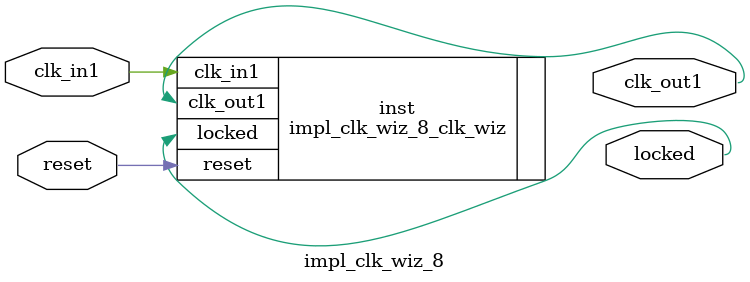
<source format=v>


`timescale 1ps/1ps

(* CORE_GENERATION_INFO = "impl_clk_wiz_8,clk_wiz_v6_0_11_0_0,{component_name=impl_clk_wiz_8,use_phase_alignment=true,use_min_o_jitter=false,use_max_i_jitter=false,use_dyn_phase_shift=false,use_inclk_switchover=false,use_dyn_reconfig=false,enable_axi=0,feedback_source=FDBK_AUTO,PRIMITIVE=MMCM,num_out_clk=1,clkin1_period=8.000,clkin2_period=10.000,use_power_down=false,use_reset=true,use_locked=true,use_inclk_stopped=false,feedback_type=SINGLE,CLOCK_MGR_TYPE=NA,manual_override=false}" *)

module impl_clk_wiz_8 
 (
  // Clock out ports
  output        clk_out1,
  // Status and control signals
  input         reset,
  output        locked,
 // Clock in ports
  input         clk_in1
 );

  impl_clk_wiz_8_clk_wiz inst
  (
  // Clock out ports  
  .clk_out1(clk_out1),
  // Status and control signals               
  .reset(reset), 
  .locked(locked),
 // Clock in ports
  .clk_in1(clk_in1)
  );

endmodule

</source>
